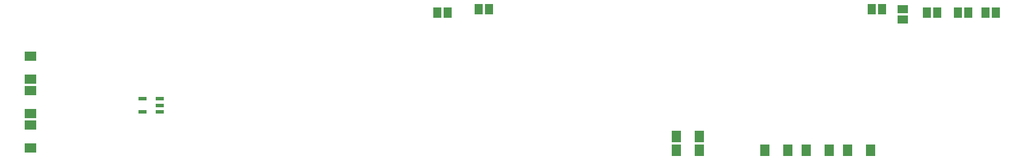
<source format=gbr>
G04 EAGLE Gerber X2 export*
%TF.Part,Single*%
%TF.FileFunction,Paste,Top*%
%TF.FilePolarity,Positive*%
%TF.GenerationSoftware,Autodesk,EAGLE,8.6.3*%
%TF.CreationDate,2020-10-25T23:43:17Z*%
G75*
%MOMM*%
%FSLAX34Y34*%
%LPD*%
%AMOC8*
5,1,8,0,0,1.08239X$1,22.5*%
G01*
%ADD10R,1.400000X1.800000*%
%ADD11R,1.800000X1.400000*%
%ADD12R,1.200000X0.550000*%
%ADD13R,1.168400X1.600200*%
%ADD14R,1.600200X1.168400*%


D10*
X1647480Y30480D03*
X1681480Y30480D03*
X1647480Y50800D03*
X1681480Y50800D03*
D11*
X695960Y135400D03*
X695960Y169400D03*
X695960Y84600D03*
X695960Y118600D03*
X695960Y33800D03*
X695960Y67800D03*
D10*
X1812000Y30480D03*
X1778000Y30480D03*
X1872960Y30480D03*
X1838960Y30480D03*
X1933920Y30480D03*
X1899920Y30480D03*
D12*
X886760Y87020D03*
X886760Y96520D03*
X886760Y106020D03*
X860760Y106020D03*
X860760Y87020D03*
D13*
X1356360Y238760D03*
X1371600Y238760D03*
D14*
X1981200Y238760D03*
X1981200Y223520D03*
D13*
X1935480Y238760D03*
X1950720Y238760D03*
X1295400Y233680D03*
X1310640Y233680D03*
X2016760Y233680D03*
X2032000Y233680D03*
X2103120Y233680D03*
X2118360Y233680D03*
X2077720Y233680D03*
X2062480Y233680D03*
M02*

</source>
